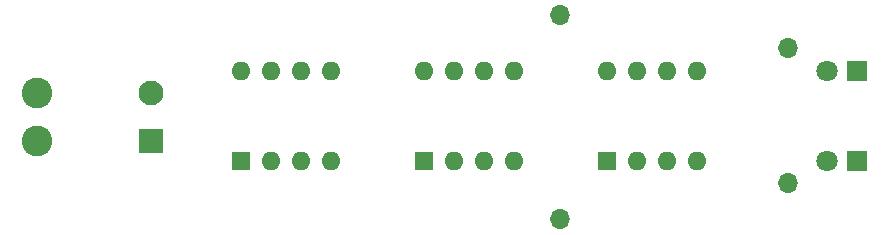
<source format=gbr>
%TF.GenerationSoftware,KiCad,Pcbnew,8.0.1-rc1*%
%TF.CreationDate,2024-07-22T16:01:23-05:00*%
%TF.ProjectId,Waveform_Blinky,57617665-666f-4726-9d5f-426c696e6b79,1.0*%
%TF.SameCoordinates,Original*%
%TF.FileFunction,Soldermask,Bot*%
%TF.FilePolarity,Negative*%
%FSLAX46Y46*%
G04 Gerber Fmt 4.6, Leading zero omitted, Abs format (unit mm)*
G04 Created by KiCad (PCBNEW 8.0.1-rc1) date 2024-07-22 16:01:23*
%MOMM*%
%LPD*%
G01*
G04 APERTURE LIST*
G04 Aperture macros list*
%AMRoundRect*
0 Rectangle with rounded corners*
0 $1 Rounding radius*
0 $2 $3 $4 $5 $6 $7 $8 $9 X,Y pos of 4 corners*
0 Add a 4 corners polygon primitive as box body*
4,1,4,$2,$3,$4,$5,$6,$7,$8,$9,$2,$3,0*
0 Add four circle primitives for the rounded corners*
1,1,$1+$1,$2,$3*
1,1,$1+$1,$4,$5*
1,1,$1+$1,$6,$7*
1,1,$1+$1,$8,$9*
0 Add four rect primitives between the rounded corners*
20,1,$1+$1,$2,$3,$4,$5,0*
20,1,$1+$1,$4,$5,$6,$7,0*
20,1,$1+$1,$6,$7,$8,$9,0*
20,1,$1+$1,$8,$9,$2,$3,0*%
G04 Aperture macros list end*
%ADD10C,2.600000*%
%ADD11RoundRect,0.249900X-0.800100X0.800100X-0.800100X-0.800100X0.800100X-0.800100X0.800100X0.800100X0*%
%ADD12C,2.100000*%
%ADD13O,1.700000X1.700000*%
%ADD14R,1.600000X1.600000*%
%ADD15O,1.600000X1.600000*%
%ADD16R,1.800000X1.800000*%
%ADD17C,1.800000*%
G04 APERTURE END LIST*
D10*
%TO.C,J1*%
X99048000Y-97147000D03*
X99048000Y-101183000D03*
D11*
X108748000Y-101183000D03*
D12*
X108748000Y-97147000D03*
%TD*%
D13*
%TO.C,TP3*%
X143383000Y-107823000D03*
%TD*%
D14*
%TO.C,U1*%
X116332000Y-102870000D03*
D15*
X118872000Y-102870000D03*
X121412000Y-102870000D03*
X123952000Y-102870000D03*
X123952000Y-95250000D03*
X121412000Y-95250000D03*
X118872000Y-95250000D03*
X116332000Y-95250000D03*
%TD*%
D14*
%TO.C,U2*%
X131826000Y-102870000D03*
D15*
X134366000Y-102870000D03*
X136906000Y-102870000D03*
X139446000Y-102870000D03*
X139446000Y-95250000D03*
X136906000Y-95250000D03*
X134366000Y-95250000D03*
X131826000Y-95250000D03*
%TD*%
D13*
%TO.C,TP4*%
X162687000Y-93345000D03*
%TD*%
D16*
%TO.C,D2*%
X168534000Y-102870000D03*
D17*
X165994000Y-102870000D03*
%TD*%
D13*
%TO.C,TP2*%
X143383000Y-90551000D03*
%TD*%
D14*
%TO.C,U3*%
X147320000Y-102870000D03*
D15*
X149860000Y-102870000D03*
X152400000Y-102870000D03*
X154940000Y-102870000D03*
X154940000Y-95250000D03*
X152400000Y-95250000D03*
X149860000Y-95250000D03*
X147320000Y-95250000D03*
%TD*%
D13*
%TO.C,TP5*%
X162687000Y-104775000D03*
%TD*%
D16*
%TO.C,D1*%
X168534000Y-95250000D03*
D17*
X165994000Y-95250000D03*
%TD*%
M02*

</source>
